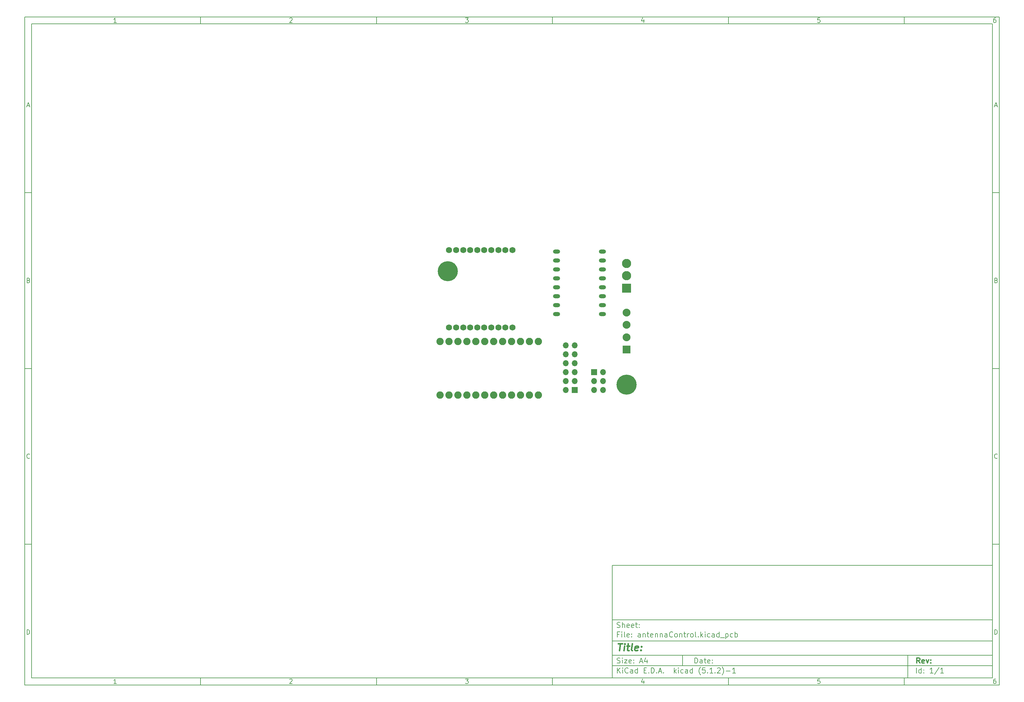
<source format=gbr>
G04 #@! TF.GenerationSoftware,KiCad,Pcbnew,(5.1.2)-1*
G04 #@! TF.CreationDate,2019-05-31T19:05:37+02:00*
G04 #@! TF.ProjectId,antennaControl,616e7465-6e6e-4614-936f-6e74726f6c2e,rev?*
G04 #@! TF.SameCoordinates,Original*
G04 #@! TF.FileFunction,Soldermask,Bot*
G04 #@! TF.FilePolarity,Negative*
%FSLAX46Y46*%
G04 Gerber Fmt 4.6, Leading zero omitted, Abs format (unit mm)*
G04 Created by KiCad (PCBNEW (5.1.2)-1) date 2019-05-31 19:05:37*
%MOMM*%
%LPD*%
G04 APERTURE LIST*
%ADD10C,0.100000*%
%ADD11C,0.150000*%
%ADD12C,0.300000*%
%ADD13C,0.400000*%
%ADD14C,5.700000*%
%ADD15C,1.727200*%
%ADD16C,2.082800*%
%ADD17R,2.616200X2.616200*%
%ADD18C,2.616200*%
%ADD19O,2.000000X1.200000*%
%ADD20R,1.700000X1.700000*%
%ADD21O,1.700000X1.700000*%
%ADD22R,2.235200X2.235200*%
%ADD23C,2.235200*%
G04 APERTURE END LIST*
D10*
D11*
X177002200Y-166007200D02*
X177002200Y-198007200D01*
X285002200Y-198007200D01*
X285002200Y-166007200D01*
X177002200Y-166007200D01*
D10*
D11*
X10000000Y-10000000D02*
X10000000Y-200007200D01*
X287002200Y-200007200D01*
X287002200Y-10000000D01*
X10000000Y-10000000D01*
D10*
D11*
X12000000Y-12000000D02*
X12000000Y-198007200D01*
X285002200Y-198007200D01*
X285002200Y-12000000D01*
X12000000Y-12000000D01*
D10*
D11*
X60000000Y-12000000D02*
X60000000Y-10000000D01*
D10*
D11*
X110000000Y-12000000D02*
X110000000Y-10000000D01*
D10*
D11*
X160000000Y-12000000D02*
X160000000Y-10000000D01*
D10*
D11*
X210000000Y-12000000D02*
X210000000Y-10000000D01*
D10*
D11*
X260000000Y-12000000D02*
X260000000Y-10000000D01*
D10*
D11*
X36065476Y-11588095D02*
X35322619Y-11588095D01*
X35694047Y-11588095D02*
X35694047Y-10288095D01*
X35570238Y-10473809D01*
X35446428Y-10597619D01*
X35322619Y-10659523D01*
D10*
D11*
X85322619Y-10411904D02*
X85384523Y-10350000D01*
X85508333Y-10288095D01*
X85817857Y-10288095D01*
X85941666Y-10350000D01*
X86003571Y-10411904D01*
X86065476Y-10535714D01*
X86065476Y-10659523D01*
X86003571Y-10845238D01*
X85260714Y-11588095D01*
X86065476Y-11588095D01*
D10*
D11*
X135260714Y-10288095D02*
X136065476Y-10288095D01*
X135632142Y-10783333D01*
X135817857Y-10783333D01*
X135941666Y-10845238D01*
X136003571Y-10907142D01*
X136065476Y-11030952D01*
X136065476Y-11340476D01*
X136003571Y-11464285D01*
X135941666Y-11526190D01*
X135817857Y-11588095D01*
X135446428Y-11588095D01*
X135322619Y-11526190D01*
X135260714Y-11464285D01*
D10*
D11*
X185941666Y-10721428D02*
X185941666Y-11588095D01*
X185632142Y-10226190D02*
X185322619Y-11154761D01*
X186127380Y-11154761D01*
D10*
D11*
X236003571Y-10288095D02*
X235384523Y-10288095D01*
X235322619Y-10907142D01*
X235384523Y-10845238D01*
X235508333Y-10783333D01*
X235817857Y-10783333D01*
X235941666Y-10845238D01*
X236003571Y-10907142D01*
X236065476Y-11030952D01*
X236065476Y-11340476D01*
X236003571Y-11464285D01*
X235941666Y-11526190D01*
X235817857Y-11588095D01*
X235508333Y-11588095D01*
X235384523Y-11526190D01*
X235322619Y-11464285D01*
D10*
D11*
X285941666Y-10288095D02*
X285694047Y-10288095D01*
X285570238Y-10350000D01*
X285508333Y-10411904D01*
X285384523Y-10597619D01*
X285322619Y-10845238D01*
X285322619Y-11340476D01*
X285384523Y-11464285D01*
X285446428Y-11526190D01*
X285570238Y-11588095D01*
X285817857Y-11588095D01*
X285941666Y-11526190D01*
X286003571Y-11464285D01*
X286065476Y-11340476D01*
X286065476Y-11030952D01*
X286003571Y-10907142D01*
X285941666Y-10845238D01*
X285817857Y-10783333D01*
X285570238Y-10783333D01*
X285446428Y-10845238D01*
X285384523Y-10907142D01*
X285322619Y-11030952D01*
D10*
D11*
X60000000Y-198007200D02*
X60000000Y-200007200D01*
D10*
D11*
X110000000Y-198007200D02*
X110000000Y-200007200D01*
D10*
D11*
X160000000Y-198007200D02*
X160000000Y-200007200D01*
D10*
D11*
X210000000Y-198007200D02*
X210000000Y-200007200D01*
D10*
D11*
X260000000Y-198007200D02*
X260000000Y-200007200D01*
D10*
D11*
X36065476Y-199595295D02*
X35322619Y-199595295D01*
X35694047Y-199595295D02*
X35694047Y-198295295D01*
X35570238Y-198481009D01*
X35446428Y-198604819D01*
X35322619Y-198666723D01*
D10*
D11*
X85322619Y-198419104D02*
X85384523Y-198357200D01*
X85508333Y-198295295D01*
X85817857Y-198295295D01*
X85941666Y-198357200D01*
X86003571Y-198419104D01*
X86065476Y-198542914D01*
X86065476Y-198666723D01*
X86003571Y-198852438D01*
X85260714Y-199595295D01*
X86065476Y-199595295D01*
D10*
D11*
X135260714Y-198295295D02*
X136065476Y-198295295D01*
X135632142Y-198790533D01*
X135817857Y-198790533D01*
X135941666Y-198852438D01*
X136003571Y-198914342D01*
X136065476Y-199038152D01*
X136065476Y-199347676D01*
X136003571Y-199471485D01*
X135941666Y-199533390D01*
X135817857Y-199595295D01*
X135446428Y-199595295D01*
X135322619Y-199533390D01*
X135260714Y-199471485D01*
D10*
D11*
X185941666Y-198728628D02*
X185941666Y-199595295D01*
X185632142Y-198233390D02*
X185322619Y-199161961D01*
X186127380Y-199161961D01*
D10*
D11*
X236003571Y-198295295D02*
X235384523Y-198295295D01*
X235322619Y-198914342D01*
X235384523Y-198852438D01*
X235508333Y-198790533D01*
X235817857Y-198790533D01*
X235941666Y-198852438D01*
X236003571Y-198914342D01*
X236065476Y-199038152D01*
X236065476Y-199347676D01*
X236003571Y-199471485D01*
X235941666Y-199533390D01*
X235817857Y-199595295D01*
X235508333Y-199595295D01*
X235384523Y-199533390D01*
X235322619Y-199471485D01*
D10*
D11*
X285941666Y-198295295D02*
X285694047Y-198295295D01*
X285570238Y-198357200D01*
X285508333Y-198419104D01*
X285384523Y-198604819D01*
X285322619Y-198852438D01*
X285322619Y-199347676D01*
X285384523Y-199471485D01*
X285446428Y-199533390D01*
X285570238Y-199595295D01*
X285817857Y-199595295D01*
X285941666Y-199533390D01*
X286003571Y-199471485D01*
X286065476Y-199347676D01*
X286065476Y-199038152D01*
X286003571Y-198914342D01*
X285941666Y-198852438D01*
X285817857Y-198790533D01*
X285570238Y-198790533D01*
X285446428Y-198852438D01*
X285384523Y-198914342D01*
X285322619Y-199038152D01*
D10*
D11*
X10000000Y-60000000D02*
X12000000Y-60000000D01*
D10*
D11*
X10000000Y-110000000D02*
X12000000Y-110000000D01*
D10*
D11*
X10000000Y-160000000D02*
X12000000Y-160000000D01*
D10*
D11*
X10690476Y-35216666D02*
X11309523Y-35216666D01*
X10566666Y-35588095D02*
X11000000Y-34288095D01*
X11433333Y-35588095D01*
D10*
D11*
X11092857Y-84907142D02*
X11278571Y-84969047D01*
X11340476Y-85030952D01*
X11402380Y-85154761D01*
X11402380Y-85340476D01*
X11340476Y-85464285D01*
X11278571Y-85526190D01*
X11154761Y-85588095D01*
X10659523Y-85588095D01*
X10659523Y-84288095D01*
X11092857Y-84288095D01*
X11216666Y-84350000D01*
X11278571Y-84411904D01*
X11340476Y-84535714D01*
X11340476Y-84659523D01*
X11278571Y-84783333D01*
X11216666Y-84845238D01*
X11092857Y-84907142D01*
X10659523Y-84907142D01*
D10*
D11*
X11402380Y-135464285D02*
X11340476Y-135526190D01*
X11154761Y-135588095D01*
X11030952Y-135588095D01*
X10845238Y-135526190D01*
X10721428Y-135402380D01*
X10659523Y-135278571D01*
X10597619Y-135030952D01*
X10597619Y-134845238D01*
X10659523Y-134597619D01*
X10721428Y-134473809D01*
X10845238Y-134350000D01*
X11030952Y-134288095D01*
X11154761Y-134288095D01*
X11340476Y-134350000D01*
X11402380Y-134411904D01*
D10*
D11*
X10659523Y-185588095D02*
X10659523Y-184288095D01*
X10969047Y-184288095D01*
X11154761Y-184350000D01*
X11278571Y-184473809D01*
X11340476Y-184597619D01*
X11402380Y-184845238D01*
X11402380Y-185030952D01*
X11340476Y-185278571D01*
X11278571Y-185402380D01*
X11154761Y-185526190D01*
X10969047Y-185588095D01*
X10659523Y-185588095D01*
D10*
D11*
X287002200Y-60000000D02*
X285002200Y-60000000D01*
D10*
D11*
X287002200Y-110000000D02*
X285002200Y-110000000D01*
D10*
D11*
X287002200Y-160000000D02*
X285002200Y-160000000D01*
D10*
D11*
X285692676Y-35216666D02*
X286311723Y-35216666D01*
X285568866Y-35588095D02*
X286002200Y-34288095D01*
X286435533Y-35588095D01*
D10*
D11*
X286095057Y-84907142D02*
X286280771Y-84969047D01*
X286342676Y-85030952D01*
X286404580Y-85154761D01*
X286404580Y-85340476D01*
X286342676Y-85464285D01*
X286280771Y-85526190D01*
X286156961Y-85588095D01*
X285661723Y-85588095D01*
X285661723Y-84288095D01*
X286095057Y-84288095D01*
X286218866Y-84350000D01*
X286280771Y-84411904D01*
X286342676Y-84535714D01*
X286342676Y-84659523D01*
X286280771Y-84783333D01*
X286218866Y-84845238D01*
X286095057Y-84907142D01*
X285661723Y-84907142D01*
D10*
D11*
X286404580Y-135464285D02*
X286342676Y-135526190D01*
X286156961Y-135588095D01*
X286033152Y-135588095D01*
X285847438Y-135526190D01*
X285723628Y-135402380D01*
X285661723Y-135278571D01*
X285599819Y-135030952D01*
X285599819Y-134845238D01*
X285661723Y-134597619D01*
X285723628Y-134473809D01*
X285847438Y-134350000D01*
X286033152Y-134288095D01*
X286156961Y-134288095D01*
X286342676Y-134350000D01*
X286404580Y-134411904D01*
D10*
D11*
X285661723Y-185588095D02*
X285661723Y-184288095D01*
X285971247Y-184288095D01*
X286156961Y-184350000D01*
X286280771Y-184473809D01*
X286342676Y-184597619D01*
X286404580Y-184845238D01*
X286404580Y-185030952D01*
X286342676Y-185278571D01*
X286280771Y-185402380D01*
X286156961Y-185526190D01*
X285971247Y-185588095D01*
X285661723Y-185588095D01*
D10*
D11*
X200434342Y-193785771D02*
X200434342Y-192285771D01*
X200791485Y-192285771D01*
X201005771Y-192357200D01*
X201148628Y-192500057D01*
X201220057Y-192642914D01*
X201291485Y-192928628D01*
X201291485Y-193142914D01*
X201220057Y-193428628D01*
X201148628Y-193571485D01*
X201005771Y-193714342D01*
X200791485Y-193785771D01*
X200434342Y-193785771D01*
X202577200Y-193785771D02*
X202577200Y-193000057D01*
X202505771Y-192857200D01*
X202362914Y-192785771D01*
X202077200Y-192785771D01*
X201934342Y-192857200D01*
X202577200Y-193714342D02*
X202434342Y-193785771D01*
X202077200Y-193785771D01*
X201934342Y-193714342D01*
X201862914Y-193571485D01*
X201862914Y-193428628D01*
X201934342Y-193285771D01*
X202077200Y-193214342D01*
X202434342Y-193214342D01*
X202577200Y-193142914D01*
X203077200Y-192785771D02*
X203648628Y-192785771D01*
X203291485Y-192285771D02*
X203291485Y-193571485D01*
X203362914Y-193714342D01*
X203505771Y-193785771D01*
X203648628Y-193785771D01*
X204720057Y-193714342D02*
X204577200Y-193785771D01*
X204291485Y-193785771D01*
X204148628Y-193714342D01*
X204077200Y-193571485D01*
X204077200Y-193000057D01*
X204148628Y-192857200D01*
X204291485Y-192785771D01*
X204577200Y-192785771D01*
X204720057Y-192857200D01*
X204791485Y-193000057D01*
X204791485Y-193142914D01*
X204077200Y-193285771D01*
X205434342Y-193642914D02*
X205505771Y-193714342D01*
X205434342Y-193785771D01*
X205362914Y-193714342D01*
X205434342Y-193642914D01*
X205434342Y-193785771D01*
X205434342Y-192857200D02*
X205505771Y-192928628D01*
X205434342Y-193000057D01*
X205362914Y-192928628D01*
X205434342Y-192857200D01*
X205434342Y-193000057D01*
D10*
D11*
X177002200Y-194507200D02*
X285002200Y-194507200D01*
D10*
D11*
X178434342Y-196585771D02*
X178434342Y-195085771D01*
X179291485Y-196585771D02*
X178648628Y-195728628D01*
X179291485Y-195085771D02*
X178434342Y-195942914D01*
X179934342Y-196585771D02*
X179934342Y-195585771D01*
X179934342Y-195085771D02*
X179862914Y-195157200D01*
X179934342Y-195228628D01*
X180005771Y-195157200D01*
X179934342Y-195085771D01*
X179934342Y-195228628D01*
X181505771Y-196442914D02*
X181434342Y-196514342D01*
X181220057Y-196585771D01*
X181077200Y-196585771D01*
X180862914Y-196514342D01*
X180720057Y-196371485D01*
X180648628Y-196228628D01*
X180577200Y-195942914D01*
X180577200Y-195728628D01*
X180648628Y-195442914D01*
X180720057Y-195300057D01*
X180862914Y-195157200D01*
X181077200Y-195085771D01*
X181220057Y-195085771D01*
X181434342Y-195157200D01*
X181505771Y-195228628D01*
X182791485Y-196585771D02*
X182791485Y-195800057D01*
X182720057Y-195657200D01*
X182577200Y-195585771D01*
X182291485Y-195585771D01*
X182148628Y-195657200D01*
X182791485Y-196514342D02*
X182648628Y-196585771D01*
X182291485Y-196585771D01*
X182148628Y-196514342D01*
X182077200Y-196371485D01*
X182077200Y-196228628D01*
X182148628Y-196085771D01*
X182291485Y-196014342D01*
X182648628Y-196014342D01*
X182791485Y-195942914D01*
X184148628Y-196585771D02*
X184148628Y-195085771D01*
X184148628Y-196514342D02*
X184005771Y-196585771D01*
X183720057Y-196585771D01*
X183577200Y-196514342D01*
X183505771Y-196442914D01*
X183434342Y-196300057D01*
X183434342Y-195871485D01*
X183505771Y-195728628D01*
X183577200Y-195657200D01*
X183720057Y-195585771D01*
X184005771Y-195585771D01*
X184148628Y-195657200D01*
X186005771Y-195800057D02*
X186505771Y-195800057D01*
X186720057Y-196585771D02*
X186005771Y-196585771D01*
X186005771Y-195085771D01*
X186720057Y-195085771D01*
X187362914Y-196442914D02*
X187434342Y-196514342D01*
X187362914Y-196585771D01*
X187291485Y-196514342D01*
X187362914Y-196442914D01*
X187362914Y-196585771D01*
X188077200Y-196585771D02*
X188077200Y-195085771D01*
X188434342Y-195085771D01*
X188648628Y-195157200D01*
X188791485Y-195300057D01*
X188862914Y-195442914D01*
X188934342Y-195728628D01*
X188934342Y-195942914D01*
X188862914Y-196228628D01*
X188791485Y-196371485D01*
X188648628Y-196514342D01*
X188434342Y-196585771D01*
X188077200Y-196585771D01*
X189577200Y-196442914D02*
X189648628Y-196514342D01*
X189577200Y-196585771D01*
X189505771Y-196514342D01*
X189577200Y-196442914D01*
X189577200Y-196585771D01*
X190220057Y-196157200D02*
X190934342Y-196157200D01*
X190077200Y-196585771D02*
X190577200Y-195085771D01*
X191077200Y-196585771D01*
X191577200Y-196442914D02*
X191648628Y-196514342D01*
X191577200Y-196585771D01*
X191505771Y-196514342D01*
X191577200Y-196442914D01*
X191577200Y-196585771D01*
X194577200Y-196585771D02*
X194577200Y-195085771D01*
X194720057Y-196014342D02*
X195148628Y-196585771D01*
X195148628Y-195585771D02*
X194577200Y-196157200D01*
X195791485Y-196585771D02*
X195791485Y-195585771D01*
X195791485Y-195085771D02*
X195720057Y-195157200D01*
X195791485Y-195228628D01*
X195862914Y-195157200D01*
X195791485Y-195085771D01*
X195791485Y-195228628D01*
X197148628Y-196514342D02*
X197005771Y-196585771D01*
X196720057Y-196585771D01*
X196577200Y-196514342D01*
X196505771Y-196442914D01*
X196434342Y-196300057D01*
X196434342Y-195871485D01*
X196505771Y-195728628D01*
X196577200Y-195657200D01*
X196720057Y-195585771D01*
X197005771Y-195585771D01*
X197148628Y-195657200D01*
X198434342Y-196585771D02*
X198434342Y-195800057D01*
X198362914Y-195657200D01*
X198220057Y-195585771D01*
X197934342Y-195585771D01*
X197791485Y-195657200D01*
X198434342Y-196514342D02*
X198291485Y-196585771D01*
X197934342Y-196585771D01*
X197791485Y-196514342D01*
X197720057Y-196371485D01*
X197720057Y-196228628D01*
X197791485Y-196085771D01*
X197934342Y-196014342D01*
X198291485Y-196014342D01*
X198434342Y-195942914D01*
X199791485Y-196585771D02*
X199791485Y-195085771D01*
X199791485Y-196514342D02*
X199648628Y-196585771D01*
X199362914Y-196585771D01*
X199220057Y-196514342D01*
X199148628Y-196442914D01*
X199077200Y-196300057D01*
X199077200Y-195871485D01*
X199148628Y-195728628D01*
X199220057Y-195657200D01*
X199362914Y-195585771D01*
X199648628Y-195585771D01*
X199791485Y-195657200D01*
X202077200Y-197157200D02*
X202005771Y-197085771D01*
X201862914Y-196871485D01*
X201791485Y-196728628D01*
X201720057Y-196514342D01*
X201648628Y-196157200D01*
X201648628Y-195871485D01*
X201720057Y-195514342D01*
X201791485Y-195300057D01*
X201862914Y-195157200D01*
X202005771Y-194942914D01*
X202077200Y-194871485D01*
X203362914Y-195085771D02*
X202648628Y-195085771D01*
X202577200Y-195800057D01*
X202648628Y-195728628D01*
X202791485Y-195657200D01*
X203148628Y-195657200D01*
X203291485Y-195728628D01*
X203362914Y-195800057D01*
X203434342Y-195942914D01*
X203434342Y-196300057D01*
X203362914Y-196442914D01*
X203291485Y-196514342D01*
X203148628Y-196585771D01*
X202791485Y-196585771D01*
X202648628Y-196514342D01*
X202577200Y-196442914D01*
X204077200Y-196442914D02*
X204148628Y-196514342D01*
X204077200Y-196585771D01*
X204005771Y-196514342D01*
X204077200Y-196442914D01*
X204077200Y-196585771D01*
X205577200Y-196585771D02*
X204720057Y-196585771D01*
X205148628Y-196585771D02*
X205148628Y-195085771D01*
X205005771Y-195300057D01*
X204862914Y-195442914D01*
X204720057Y-195514342D01*
X206220057Y-196442914D02*
X206291485Y-196514342D01*
X206220057Y-196585771D01*
X206148628Y-196514342D01*
X206220057Y-196442914D01*
X206220057Y-196585771D01*
X206862914Y-195228628D02*
X206934342Y-195157200D01*
X207077200Y-195085771D01*
X207434342Y-195085771D01*
X207577200Y-195157200D01*
X207648628Y-195228628D01*
X207720057Y-195371485D01*
X207720057Y-195514342D01*
X207648628Y-195728628D01*
X206791485Y-196585771D01*
X207720057Y-196585771D01*
X208220057Y-197157200D02*
X208291485Y-197085771D01*
X208434342Y-196871485D01*
X208505771Y-196728628D01*
X208577200Y-196514342D01*
X208648628Y-196157200D01*
X208648628Y-195871485D01*
X208577200Y-195514342D01*
X208505771Y-195300057D01*
X208434342Y-195157200D01*
X208291485Y-194942914D01*
X208220057Y-194871485D01*
X209362914Y-196014342D02*
X210505771Y-196014342D01*
X212005771Y-196585771D02*
X211148628Y-196585771D01*
X211577200Y-196585771D02*
X211577200Y-195085771D01*
X211434342Y-195300057D01*
X211291485Y-195442914D01*
X211148628Y-195514342D01*
D10*
D11*
X177002200Y-191507200D02*
X285002200Y-191507200D01*
D10*
D12*
X264411485Y-193785771D02*
X263911485Y-193071485D01*
X263554342Y-193785771D02*
X263554342Y-192285771D01*
X264125771Y-192285771D01*
X264268628Y-192357200D01*
X264340057Y-192428628D01*
X264411485Y-192571485D01*
X264411485Y-192785771D01*
X264340057Y-192928628D01*
X264268628Y-193000057D01*
X264125771Y-193071485D01*
X263554342Y-193071485D01*
X265625771Y-193714342D02*
X265482914Y-193785771D01*
X265197200Y-193785771D01*
X265054342Y-193714342D01*
X264982914Y-193571485D01*
X264982914Y-193000057D01*
X265054342Y-192857200D01*
X265197200Y-192785771D01*
X265482914Y-192785771D01*
X265625771Y-192857200D01*
X265697200Y-193000057D01*
X265697200Y-193142914D01*
X264982914Y-193285771D01*
X266197200Y-192785771D02*
X266554342Y-193785771D01*
X266911485Y-192785771D01*
X267482914Y-193642914D02*
X267554342Y-193714342D01*
X267482914Y-193785771D01*
X267411485Y-193714342D01*
X267482914Y-193642914D01*
X267482914Y-193785771D01*
X267482914Y-192857200D02*
X267554342Y-192928628D01*
X267482914Y-193000057D01*
X267411485Y-192928628D01*
X267482914Y-192857200D01*
X267482914Y-193000057D01*
D10*
D11*
X178362914Y-193714342D02*
X178577200Y-193785771D01*
X178934342Y-193785771D01*
X179077200Y-193714342D01*
X179148628Y-193642914D01*
X179220057Y-193500057D01*
X179220057Y-193357200D01*
X179148628Y-193214342D01*
X179077200Y-193142914D01*
X178934342Y-193071485D01*
X178648628Y-193000057D01*
X178505771Y-192928628D01*
X178434342Y-192857200D01*
X178362914Y-192714342D01*
X178362914Y-192571485D01*
X178434342Y-192428628D01*
X178505771Y-192357200D01*
X178648628Y-192285771D01*
X179005771Y-192285771D01*
X179220057Y-192357200D01*
X179862914Y-193785771D02*
X179862914Y-192785771D01*
X179862914Y-192285771D02*
X179791485Y-192357200D01*
X179862914Y-192428628D01*
X179934342Y-192357200D01*
X179862914Y-192285771D01*
X179862914Y-192428628D01*
X180434342Y-192785771D02*
X181220057Y-192785771D01*
X180434342Y-193785771D01*
X181220057Y-193785771D01*
X182362914Y-193714342D02*
X182220057Y-193785771D01*
X181934342Y-193785771D01*
X181791485Y-193714342D01*
X181720057Y-193571485D01*
X181720057Y-193000057D01*
X181791485Y-192857200D01*
X181934342Y-192785771D01*
X182220057Y-192785771D01*
X182362914Y-192857200D01*
X182434342Y-193000057D01*
X182434342Y-193142914D01*
X181720057Y-193285771D01*
X183077200Y-193642914D02*
X183148628Y-193714342D01*
X183077200Y-193785771D01*
X183005771Y-193714342D01*
X183077200Y-193642914D01*
X183077200Y-193785771D01*
X183077200Y-192857200D02*
X183148628Y-192928628D01*
X183077200Y-193000057D01*
X183005771Y-192928628D01*
X183077200Y-192857200D01*
X183077200Y-193000057D01*
X184862914Y-193357200D02*
X185577200Y-193357200D01*
X184720057Y-193785771D02*
X185220057Y-192285771D01*
X185720057Y-193785771D01*
X186862914Y-192785771D02*
X186862914Y-193785771D01*
X186505771Y-192214342D02*
X186148628Y-193285771D01*
X187077200Y-193285771D01*
D10*
D11*
X263434342Y-196585771D02*
X263434342Y-195085771D01*
X264791485Y-196585771D02*
X264791485Y-195085771D01*
X264791485Y-196514342D02*
X264648628Y-196585771D01*
X264362914Y-196585771D01*
X264220057Y-196514342D01*
X264148628Y-196442914D01*
X264077200Y-196300057D01*
X264077200Y-195871485D01*
X264148628Y-195728628D01*
X264220057Y-195657200D01*
X264362914Y-195585771D01*
X264648628Y-195585771D01*
X264791485Y-195657200D01*
X265505771Y-196442914D02*
X265577200Y-196514342D01*
X265505771Y-196585771D01*
X265434342Y-196514342D01*
X265505771Y-196442914D01*
X265505771Y-196585771D01*
X265505771Y-195657200D02*
X265577200Y-195728628D01*
X265505771Y-195800057D01*
X265434342Y-195728628D01*
X265505771Y-195657200D01*
X265505771Y-195800057D01*
X268148628Y-196585771D02*
X267291485Y-196585771D01*
X267720057Y-196585771D02*
X267720057Y-195085771D01*
X267577200Y-195300057D01*
X267434342Y-195442914D01*
X267291485Y-195514342D01*
X269862914Y-195014342D02*
X268577200Y-196942914D01*
X271148628Y-196585771D02*
X270291485Y-196585771D01*
X270720057Y-196585771D02*
X270720057Y-195085771D01*
X270577200Y-195300057D01*
X270434342Y-195442914D01*
X270291485Y-195514342D01*
D10*
D11*
X177002200Y-187507200D02*
X285002200Y-187507200D01*
D10*
D13*
X178714580Y-188211961D02*
X179857438Y-188211961D01*
X179036009Y-190211961D02*
X179286009Y-188211961D01*
X180274104Y-190211961D02*
X180440771Y-188878628D01*
X180524104Y-188211961D02*
X180416961Y-188307200D01*
X180500295Y-188402438D01*
X180607438Y-188307200D01*
X180524104Y-188211961D01*
X180500295Y-188402438D01*
X181107438Y-188878628D02*
X181869342Y-188878628D01*
X181476485Y-188211961D02*
X181262200Y-189926247D01*
X181333628Y-190116723D01*
X181512200Y-190211961D01*
X181702676Y-190211961D01*
X182655057Y-190211961D02*
X182476485Y-190116723D01*
X182405057Y-189926247D01*
X182619342Y-188211961D01*
X184190771Y-190116723D02*
X183988390Y-190211961D01*
X183607438Y-190211961D01*
X183428866Y-190116723D01*
X183357438Y-189926247D01*
X183452676Y-189164342D01*
X183571723Y-188973866D01*
X183774104Y-188878628D01*
X184155057Y-188878628D01*
X184333628Y-188973866D01*
X184405057Y-189164342D01*
X184381247Y-189354819D01*
X183405057Y-189545295D01*
X185155057Y-190021485D02*
X185238390Y-190116723D01*
X185131247Y-190211961D01*
X185047914Y-190116723D01*
X185155057Y-190021485D01*
X185131247Y-190211961D01*
X185286009Y-188973866D02*
X185369342Y-189069104D01*
X185262200Y-189164342D01*
X185178866Y-189069104D01*
X185286009Y-188973866D01*
X185262200Y-189164342D01*
D10*
D11*
X178934342Y-185600057D02*
X178434342Y-185600057D01*
X178434342Y-186385771D02*
X178434342Y-184885771D01*
X179148628Y-184885771D01*
X179720057Y-186385771D02*
X179720057Y-185385771D01*
X179720057Y-184885771D02*
X179648628Y-184957200D01*
X179720057Y-185028628D01*
X179791485Y-184957200D01*
X179720057Y-184885771D01*
X179720057Y-185028628D01*
X180648628Y-186385771D02*
X180505771Y-186314342D01*
X180434342Y-186171485D01*
X180434342Y-184885771D01*
X181791485Y-186314342D02*
X181648628Y-186385771D01*
X181362914Y-186385771D01*
X181220057Y-186314342D01*
X181148628Y-186171485D01*
X181148628Y-185600057D01*
X181220057Y-185457200D01*
X181362914Y-185385771D01*
X181648628Y-185385771D01*
X181791485Y-185457200D01*
X181862914Y-185600057D01*
X181862914Y-185742914D01*
X181148628Y-185885771D01*
X182505771Y-186242914D02*
X182577200Y-186314342D01*
X182505771Y-186385771D01*
X182434342Y-186314342D01*
X182505771Y-186242914D01*
X182505771Y-186385771D01*
X182505771Y-185457200D02*
X182577200Y-185528628D01*
X182505771Y-185600057D01*
X182434342Y-185528628D01*
X182505771Y-185457200D01*
X182505771Y-185600057D01*
X185005771Y-186385771D02*
X185005771Y-185600057D01*
X184934342Y-185457200D01*
X184791485Y-185385771D01*
X184505771Y-185385771D01*
X184362914Y-185457200D01*
X185005771Y-186314342D02*
X184862914Y-186385771D01*
X184505771Y-186385771D01*
X184362914Y-186314342D01*
X184291485Y-186171485D01*
X184291485Y-186028628D01*
X184362914Y-185885771D01*
X184505771Y-185814342D01*
X184862914Y-185814342D01*
X185005771Y-185742914D01*
X185720057Y-185385771D02*
X185720057Y-186385771D01*
X185720057Y-185528628D02*
X185791485Y-185457200D01*
X185934342Y-185385771D01*
X186148628Y-185385771D01*
X186291485Y-185457200D01*
X186362914Y-185600057D01*
X186362914Y-186385771D01*
X186862914Y-185385771D02*
X187434342Y-185385771D01*
X187077200Y-184885771D02*
X187077200Y-186171485D01*
X187148628Y-186314342D01*
X187291485Y-186385771D01*
X187434342Y-186385771D01*
X188505771Y-186314342D02*
X188362914Y-186385771D01*
X188077200Y-186385771D01*
X187934342Y-186314342D01*
X187862914Y-186171485D01*
X187862914Y-185600057D01*
X187934342Y-185457200D01*
X188077200Y-185385771D01*
X188362914Y-185385771D01*
X188505771Y-185457200D01*
X188577200Y-185600057D01*
X188577200Y-185742914D01*
X187862914Y-185885771D01*
X189220057Y-185385771D02*
X189220057Y-186385771D01*
X189220057Y-185528628D02*
X189291485Y-185457200D01*
X189434342Y-185385771D01*
X189648628Y-185385771D01*
X189791485Y-185457200D01*
X189862914Y-185600057D01*
X189862914Y-186385771D01*
X190577200Y-185385771D02*
X190577200Y-186385771D01*
X190577200Y-185528628D02*
X190648628Y-185457200D01*
X190791485Y-185385771D01*
X191005771Y-185385771D01*
X191148628Y-185457200D01*
X191220057Y-185600057D01*
X191220057Y-186385771D01*
X192577200Y-186385771D02*
X192577200Y-185600057D01*
X192505771Y-185457200D01*
X192362914Y-185385771D01*
X192077200Y-185385771D01*
X191934342Y-185457200D01*
X192577200Y-186314342D02*
X192434342Y-186385771D01*
X192077200Y-186385771D01*
X191934342Y-186314342D01*
X191862914Y-186171485D01*
X191862914Y-186028628D01*
X191934342Y-185885771D01*
X192077200Y-185814342D01*
X192434342Y-185814342D01*
X192577200Y-185742914D01*
X194148628Y-186242914D02*
X194077200Y-186314342D01*
X193862914Y-186385771D01*
X193720057Y-186385771D01*
X193505771Y-186314342D01*
X193362914Y-186171485D01*
X193291485Y-186028628D01*
X193220057Y-185742914D01*
X193220057Y-185528628D01*
X193291485Y-185242914D01*
X193362914Y-185100057D01*
X193505771Y-184957200D01*
X193720057Y-184885771D01*
X193862914Y-184885771D01*
X194077200Y-184957200D01*
X194148628Y-185028628D01*
X195005771Y-186385771D02*
X194862914Y-186314342D01*
X194791485Y-186242914D01*
X194720057Y-186100057D01*
X194720057Y-185671485D01*
X194791485Y-185528628D01*
X194862914Y-185457200D01*
X195005771Y-185385771D01*
X195220057Y-185385771D01*
X195362914Y-185457200D01*
X195434342Y-185528628D01*
X195505771Y-185671485D01*
X195505771Y-186100057D01*
X195434342Y-186242914D01*
X195362914Y-186314342D01*
X195220057Y-186385771D01*
X195005771Y-186385771D01*
X196148628Y-185385771D02*
X196148628Y-186385771D01*
X196148628Y-185528628D02*
X196220057Y-185457200D01*
X196362914Y-185385771D01*
X196577200Y-185385771D01*
X196720057Y-185457200D01*
X196791485Y-185600057D01*
X196791485Y-186385771D01*
X197291485Y-185385771D02*
X197862914Y-185385771D01*
X197505771Y-184885771D02*
X197505771Y-186171485D01*
X197577200Y-186314342D01*
X197720057Y-186385771D01*
X197862914Y-186385771D01*
X198362914Y-186385771D02*
X198362914Y-185385771D01*
X198362914Y-185671485D02*
X198434342Y-185528628D01*
X198505771Y-185457200D01*
X198648628Y-185385771D01*
X198791485Y-185385771D01*
X199505771Y-186385771D02*
X199362914Y-186314342D01*
X199291485Y-186242914D01*
X199220057Y-186100057D01*
X199220057Y-185671485D01*
X199291485Y-185528628D01*
X199362914Y-185457200D01*
X199505771Y-185385771D01*
X199720057Y-185385771D01*
X199862914Y-185457200D01*
X199934342Y-185528628D01*
X200005771Y-185671485D01*
X200005771Y-186100057D01*
X199934342Y-186242914D01*
X199862914Y-186314342D01*
X199720057Y-186385771D01*
X199505771Y-186385771D01*
X200862914Y-186385771D02*
X200720057Y-186314342D01*
X200648628Y-186171485D01*
X200648628Y-184885771D01*
X201434342Y-186242914D02*
X201505771Y-186314342D01*
X201434342Y-186385771D01*
X201362914Y-186314342D01*
X201434342Y-186242914D01*
X201434342Y-186385771D01*
X202148628Y-186385771D02*
X202148628Y-184885771D01*
X202291485Y-185814342D02*
X202720057Y-186385771D01*
X202720057Y-185385771D02*
X202148628Y-185957200D01*
X203362914Y-186385771D02*
X203362914Y-185385771D01*
X203362914Y-184885771D02*
X203291485Y-184957200D01*
X203362914Y-185028628D01*
X203434342Y-184957200D01*
X203362914Y-184885771D01*
X203362914Y-185028628D01*
X204720057Y-186314342D02*
X204577200Y-186385771D01*
X204291485Y-186385771D01*
X204148628Y-186314342D01*
X204077200Y-186242914D01*
X204005771Y-186100057D01*
X204005771Y-185671485D01*
X204077200Y-185528628D01*
X204148628Y-185457200D01*
X204291485Y-185385771D01*
X204577200Y-185385771D01*
X204720057Y-185457200D01*
X206005771Y-186385771D02*
X206005771Y-185600057D01*
X205934342Y-185457200D01*
X205791485Y-185385771D01*
X205505771Y-185385771D01*
X205362914Y-185457200D01*
X206005771Y-186314342D02*
X205862914Y-186385771D01*
X205505771Y-186385771D01*
X205362914Y-186314342D01*
X205291485Y-186171485D01*
X205291485Y-186028628D01*
X205362914Y-185885771D01*
X205505771Y-185814342D01*
X205862914Y-185814342D01*
X206005771Y-185742914D01*
X207362914Y-186385771D02*
X207362914Y-184885771D01*
X207362914Y-186314342D02*
X207220057Y-186385771D01*
X206934342Y-186385771D01*
X206791485Y-186314342D01*
X206720057Y-186242914D01*
X206648628Y-186100057D01*
X206648628Y-185671485D01*
X206720057Y-185528628D01*
X206791485Y-185457200D01*
X206934342Y-185385771D01*
X207220057Y-185385771D01*
X207362914Y-185457200D01*
X207720057Y-186528628D02*
X208862914Y-186528628D01*
X209220057Y-185385771D02*
X209220057Y-186885771D01*
X209220057Y-185457200D02*
X209362914Y-185385771D01*
X209648628Y-185385771D01*
X209791485Y-185457200D01*
X209862914Y-185528628D01*
X209934342Y-185671485D01*
X209934342Y-186100057D01*
X209862914Y-186242914D01*
X209791485Y-186314342D01*
X209648628Y-186385771D01*
X209362914Y-186385771D01*
X209220057Y-186314342D01*
X211220057Y-186314342D02*
X211077200Y-186385771D01*
X210791485Y-186385771D01*
X210648628Y-186314342D01*
X210577200Y-186242914D01*
X210505771Y-186100057D01*
X210505771Y-185671485D01*
X210577200Y-185528628D01*
X210648628Y-185457200D01*
X210791485Y-185385771D01*
X211077200Y-185385771D01*
X211220057Y-185457200D01*
X211862914Y-186385771D02*
X211862914Y-184885771D01*
X211862914Y-185457200D02*
X212005771Y-185385771D01*
X212291485Y-185385771D01*
X212434342Y-185457200D01*
X212505771Y-185528628D01*
X212577200Y-185671485D01*
X212577200Y-186100057D01*
X212505771Y-186242914D01*
X212434342Y-186314342D01*
X212291485Y-186385771D01*
X212005771Y-186385771D01*
X211862914Y-186314342D01*
D10*
D11*
X177002200Y-181507200D02*
X285002200Y-181507200D01*
D10*
D11*
X178362914Y-183614342D02*
X178577200Y-183685771D01*
X178934342Y-183685771D01*
X179077200Y-183614342D01*
X179148628Y-183542914D01*
X179220057Y-183400057D01*
X179220057Y-183257200D01*
X179148628Y-183114342D01*
X179077200Y-183042914D01*
X178934342Y-182971485D01*
X178648628Y-182900057D01*
X178505771Y-182828628D01*
X178434342Y-182757200D01*
X178362914Y-182614342D01*
X178362914Y-182471485D01*
X178434342Y-182328628D01*
X178505771Y-182257200D01*
X178648628Y-182185771D01*
X179005771Y-182185771D01*
X179220057Y-182257200D01*
X179862914Y-183685771D02*
X179862914Y-182185771D01*
X180505771Y-183685771D02*
X180505771Y-182900057D01*
X180434342Y-182757200D01*
X180291485Y-182685771D01*
X180077200Y-182685771D01*
X179934342Y-182757200D01*
X179862914Y-182828628D01*
X181791485Y-183614342D02*
X181648628Y-183685771D01*
X181362914Y-183685771D01*
X181220057Y-183614342D01*
X181148628Y-183471485D01*
X181148628Y-182900057D01*
X181220057Y-182757200D01*
X181362914Y-182685771D01*
X181648628Y-182685771D01*
X181791485Y-182757200D01*
X181862914Y-182900057D01*
X181862914Y-183042914D01*
X181148628Y-183185771D01*
X183077200Y-183614342D02*
X182934342Y-183685771D01*
X182648628Y-183685771D01*
X182505771Y-183614342D01*
X182434342Y-183471485D01*
X182434342Y-182900057D01*
X182505771Y-182757200D01*
X182648628Y-182685771D01*
X182934342Y-182685771D01*
X183077200Y-182757200D01*
X183148628Y-182900057D01*
X183148628Y-183042914D01*
X182434342Y-183185771D01*
X183577200Y-182685771D02*
X184148628Y-182685771D01*
X183791485Y-182185771D02*
X183791485Y-183471485D01*
X183862914Y-183614342D01*
X184005771Y-183685771D01*
X184148628Y-183685771D01*
X184648628Y-183542914D02*
X184720057Y-183614342D01*
X184648628Y-183685771D01*
X184577200Y-183614342D01*
X184648628Y-183542914D01*
X184648628Y-183685771D01*
X184648628Y-182757200D02*
X184720057Y-182828628D01*
X184648628Y-182900057D01*
X184577200Y-182828628D01*
X184648628Y-182757200D01*
X184648628Y-182900057D01*
D10*
D11*
X197002200Y-191507200D02*
X197002200Y-194507200D01*
D10*
D11*
X261002200Y-191507200D02*
X261002200Y-198007200D01*
D14*
X181038500Y-114554000D03*
X130238500Y-82296000D03*
D15*
X130619500Y-98333560D03*
X132621020Y-98333560D03*
X134620000Y-98333560D03*
X136621520Y-98333560D03*
X138620500Y-98333560D03*
X140619480Y-98333560D03*
X142621000Y-98333560D03*
X144619980Y-98333560D03*
X146621500Y-98333560D03*
X148620480Y-98333560D03*
X148620480Y-76337160D03*
X146621500Y-76337160D03*
X144619980Y-76337160D03*
X142621000Y-76337160D03*
X140619480Y-76337160D03*
X138620500Y-76337160D03*
X136621520Y-76337160D03*
X134620000Y-76337160D03*
X132621020Y-76337160D03*
X130619500Y-76337160D03*
D16*
X128079500Y-117518180D03*
X130619500Y-117518180D03*
X133159500Y-117518180D03*
X135699500Y-117518180D03*
X138239500Y-117518180D03*
X140779500Y-117518180D03*
X143319500Y-117518180D03*
X145859500Y-117518180D03*
X148399500Y-117518180D03*
X150939500Y-117518180D03*
X153479500Y-117518180D03*
X156019500Y-117518180D03*
X156019500Y-102278180D03*
X153479500Y-102278180D03*
X150939500Y-102278180D03*
X148399500Y-102278180D03*
X145859500Y-102278180D03*
X143319500Y-102278180D03*
X140779500Y-102278180D03*
X138239500Y-102278180D03*
X135699500Y-102278180D03*
X133159500Y-102278180D03*
X130619500Y-102278180D03*
X128079500Y-102278180D03*
D17*
X181038500Y-87122000D03*
D18*
X181038500Y-83624420D03*
X181038500Y-80124300D03*
D19*
X161157780Y-94543880D03*
X174157780Y-94543880D03*
X161157780Y-92003880D03*
X174157780Y-92003880D03*
X161157780Y-89463880D03*
X174157780Y-89463880D03*
X161157780Y-86923880D03*
X174157780Y-86923880D03*
X161157780Y-84383880D03*
X174157780Y-84383880D03*
X161157780Y-81843880D03*
X174157780Y-81843880D03*
X161157780Y-79303880D03*
X174157780Y-79303880D03*
X161157780Y-76763880D03*
X174157780Y-76763880D03*
D20*
X171831000Y-111061500D03*
D21*
X174371000Y-111061500D03*
X171831000Y-113601500D03*
X174371000Y-113601500D03*
X171831000Y-116141500D03*
X174371000Y-116141500D03*
X163758880Y-103431340D03*
X166298880Y-103431340D03*
X163758880Y-105971340D03*
X166298880Y-105971340D03*
X163758880Y-108511340D03*
X166298880Y-108511340D03*
X163758880Y-111051340D03*
X166298880Y-111051340D03*
X163758880Y-113591340D03*
X166298880Y-113591340D03*
X163758880Y-116131340D03*
D20*
X166298880Y-116131340D03*
D22*
X181038500Y-104584500D03*
D23*
X181038500Y-101086920D03*
X181038500Y-97586800D03*
X181038500Y-94086680D03*
M02*

</source>
